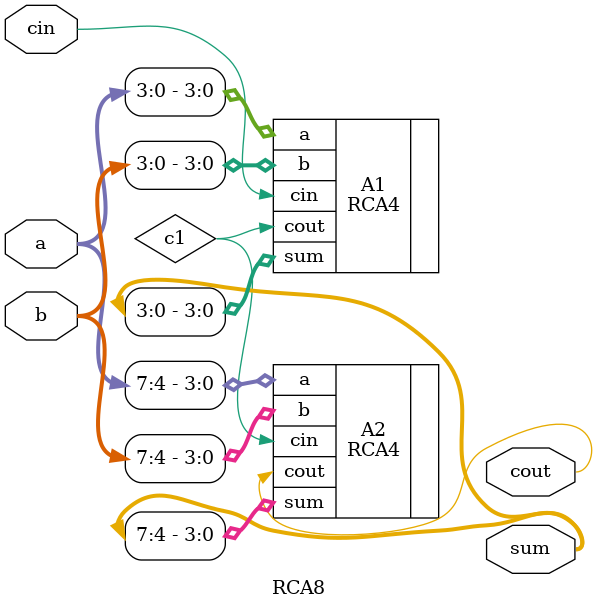
<source format=v>
`timescale 1ns / 1ps


module RCA8(a,b,cin,sum,cout); 
    input [7:0]a,b;
    input cin; 
    output [7:0]sum; 
    output cout;
    
    wire c1; 
    
    RCA4 A1(.a(a[3:0]),.b(b[3:0]),.cin(cin),.sum(sum[3:0]),.cout(c1)); 
    RCA4 A2(.a(a[7:4]),.b(b[7:4]),.cin(c1),.sum(sum[7:4]),.cout(cout));   
    
    
endmodule

</source>
